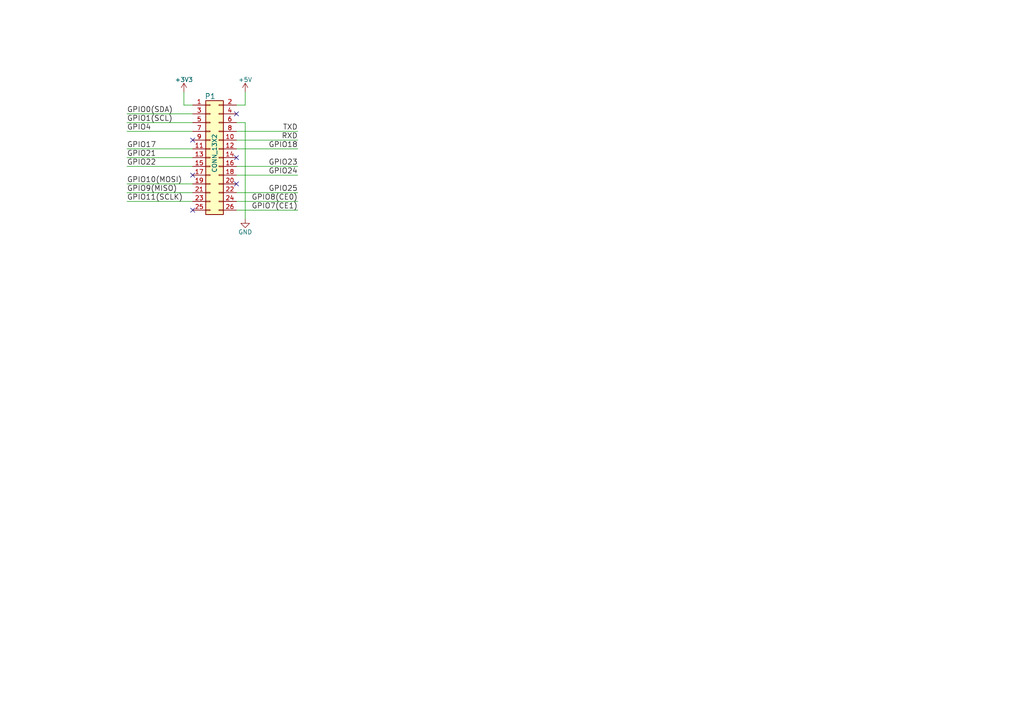
<source format=kicad_sch>
(kicad_sch (version 20210126) (generator eeschema)
  (paper "A4")
  (title_block (date "15 nov 2012"))
  (lib_symbols
    (symbol "Connector_Generic:Conn_02x13_Odd_Even" (pin_names (offset 1.016) hide)
      (property "Reference" "J" (at 1.27 17.78 0))
      (property "Value" "Conn_02x13_Odd_Even" (at 1.27 -17.78 0))
      (symbol "Conn_02x13_Odd_Even_1_1"
        (rectangle (start -1.27 -4.953) (end 0 -5.207) (stroke (width 0.1524)))
        (rectangle (start -1.27 -7.493) (end 0 -7.747) (stroke (width 0.1524)))
        (rectangle (start -1.27 -10.033) (end 0 -10.287) (stroke (width 0.1524)))
        (rectangle (start -1.27 -12.573) (end 0 -12.827) (stroke (width 0.1524)))
        (rectangle (start -1.27 -15.113) (end 0 -15.367) (stroke (width 0.1524)))
        (rectangle (start -1.27 -2.413) (end 0 -2.667) (stroke (width 0.1524)))
        (rectangle (start -1.27 2.667) (end 0 2.413) (stroke (width 0.1524)))
        (rectangle (start -1.27 5.207) (end 0 4.953) (stroke (width 0.1524)))
        (rectangle (start -1.27 7.747) (end 0 7.493) (stroke (width 0.1524)))
        (rectangle (start -1.27 10.287) (end 0 10.033) (stroke (width 0.1524)))
        (rectangle (start -1.27 0.127) (end 0 -0.127) (stroke (width 0.1524)))
        (rectangle (start -1.27 12.827) (end 0 12.573) (stroke (width 0.1524)))
        (rectangle (start -1.27 15.367) (end 0 15.113) (stroke (width 0.1524)))
        (rectangle (start -1.27 16.51) (end 3.81 -16.51) (stroke (width 0.254)) (fill (type background)))
        (rectangle (start 3.81 -4.953) (end 2.54 -5.207) (stroke (width 0.1524)))
        (rectangle (start 3.81 -7.493) (end 2.54 -7.747) (stroke (width 0.1524)))
        (rectangle (start 3.81 -10.033) (end 2.54 -10.287) (stroke (width 0.1524)))
        (rectangle (start 3.81 -12.573) (end 2.54 -12.827) (stroke (width 0.1524)))
        (rectangle (start 3.81 -15.113) (end 2.54 -15.367) (stroke (width 0.1524)))
        (rectangle (start 3.81 -2.413) (end 2.54 -2.667) (stroke (width 0.1524)))
        (rectangle (start 3.81 2.667) (end 2.54 2.413) (stroke (width 0.1524)))
        (rectangle (start 3.81 5.207) (end 2.54 4.953) (stroke (width 0.1524)))
        (rectangle (start 3.81 7.747) (end 2.54 7.493) (stroke (width 0.1524)))
        (rectangle (start 3.81 10.287) (end 2.54 10.033) (stroke (width 0.1524)))
        (rectangle (start 3.81 0.127) (end 2.54 -0.127) (stroke (width 0.1524)))
        (rectangle (start 3.81 12.827) (end 2.54 12.573) (stroke (width 0.1524)))
        (rectangle (start 3.81 15.367) (end 2.54 15.113) (stroke (width 0.1524)))
        (pin passive line (at -5.08 15.24 0) (length 3.81) (name "Pin_1") (number "1"))
        (pin passive line (at 7.62 5.08 180) (length 3.81) (name "Pin_10") (number "10"))
        (pin passive line (at -5.08 2.54 0) (length 3.81) (name "Pin_11") (number "11"))
        (pin passive line (at 7.62 2.54 180) (length 3.81) (name "Pin_12") (number "12"))
        (pin passive line (at -5.08 0 0) (length 3.81) (name "Pin_13") (number "13"))
        (pin passive line (at 7.62 0 180) (length 3.81) (name "Pin_14") (number "14"))
        (pin passive line (at -5.08 -2.54 0) (length 3.81) (name "Pin_15") (number "15"))
        (pin passive line (at 7.62 -2.54 180) (length 3.81) (name "Pin_16") (number "16"))
        (pin passive line (at -5.08 -5.08 0) (length 3.81) (name "Pin_17") (number "17"))
        (pin passive line (at 7.62 -5.08 180) (length 3.81) (name "Pin_18") (number "18"))
        (pin passive line (at -5.08 -7.62 0) (length 3.81) (name "Pin_19") (number "19"))
        (pin passive line (at 7.62 15.24 180) (length 3.81) (name "Pin_2") (number "2"))
        (pin passive line (at 7.62 -7.62 180) (length 3.81) (name "Pin_20") (number "20"))
        (pin passive line (at -5.08 -10.16 0) (length 3.81) (name "Pin_21") (number "21"))
        (pin passive line (at 7.62 -10.16 180) (length 3.81) (name "Pin_22") (number "22"))
        (pin passive line (at -5.08 -12.7 0) (length 3.81) (name "Pin_23") (number "23"))
        (pin passive line (at 7.62 -12.7 180) (length 3.81) (name "Pin_24") (number "24"))
        (pin passive line (at -5.08 -15.24 0) (length 3.81) (name "Pin_25") (number "25"))
        (pin passive line (at 7.62 -15.24 180) (length 3.81) (name "Pin_26") (number "26"))
        (pin passive line (at -5.08 12.7 0) (length 3.81) (name "Pin_3") (number "3"))
        (pin passive line (at 7.62 12.7 180) (length 3.81) (name "Pin_4") (number "4"))
        (pin passive line (at -5.08 10.16 0) (length 3.81) (name "Pin_5") (number "5"))
        (pin passive line (at 7.62 10.16 180) (length 3.81) (name "Pin_6") (number "6"))
        (pin passive line (at -5.08 7.62 0) (length 3.81) (name "Pin_7") (number "7"))
        (pin passive line (at 7.62 7.62 180) (length 3.81) (name "Pin_8") (number "8"))
        (pin passive line (at -5.08 5.08 0) (length 3.81) (name "Pin_9") (number "9"))
      )
    )
    (symbol "power:+3V3" (power) (pin_names (offset 0))
      (property "Value" "+3V3" (at 0 3.556 0))
      (symbol "+3V3_0_1"
        (polyline (pts (xy -0.762 1.27) (xy 0 2.54)))
        (polyline (pts (xy 0 0) (xy 0 2.54)))
        (polyline (pts (xy 0 2.54) (xy 0.762 1.27)))
      )
      (symbol "+3V3_1_1"
        (pin power_in line (at 0 0 90) (length 0) hide (name "+3V3") (number "1"))
      )
    )
    (symbol "power:+5V" (power) (pin_names (offset 0))
      (property "Value" "+5V" (at 0 3.556 0))
      (symbol "+5V_0_1"
        (polyline (pts (xy -0.762 1.27) (xy 0 2.54)))
        (polyline (pts (xy 0 0) (xy 0 2.54)))
        (polyline (pts (xy 0 2.54) (xy 0.762 1.27)))
      )
      (symbol "+5V_1_1"
        (pin power_in line (at 0 0 90) (length 0) hide (name "+5V") (number "1"))
      )
    )
    (symbol "power:GND" (power) (pin_names (offset 0))
      (property "Value" "GND" (at 0 -3.81 0))
      (symbol "GND_0_1"
        (polyline (pts (xy 0 0) (xy 0 -1.27) (xy 1.27 -1.27) (xy 0 -2.54) (xy -1.27 -1.27) (xy 0 -1.27)))
      )
      (symbol "GND_1_1"
        (pin power_in line (at 0 0 270) (length 0) hide (name "GND") (number "1"))
      )
    )
  )
  (no_connect (at 55.88 40.64))
  (no_connect (at 55.88 50.8))
  (no_connect (at 55.88 60.96))
  (no_connect (at 68.58 33.02))
  (no_connect (at 68.58 45.72))
  (no_connect (at 68.58 53.34))
  (wire (pts (xy 53.34 26.67) (xy 53.34 30.48)))
  (wire (pts (xy 53.34 30.48) (xy 55.88 30.48)))
  (wire (pts (xy 55.88 33.02) (xy 36.83 33.02)))
  (wire (pts (xy 55.88 35.56) (xy 36.83 35.56)))
  (wire (pts (xy 55.88 38.1) (xy 36.83 38.1)))
  (wire (pts (xy 55.88 43.18) (xy 36.83 43.18)))
  (wire (pts (xy 55.88 45.72) (xy 36.83 45.72)))
  (wire (pts (xy 55.88 48.26) (xy 36.83 48.26)))
  (wire (pts (xy 55.88 53.34) (xy 36.83 53.34)))
  (wire (pts (xy 55.88 55.88) (xy 36.83 55.88)))
  (wire (pts (xy 55.88 58.42) (xy 36.83 58.42)))
  (wire (pts (xy 68.58 38.1) (xy 86.36 38.1)))
  (wire (pts (xy 68.58 40.64) (xy 86.36 40.64)))
  (wire (pts (xy 68.58 43.18) (xy 86.36 43.18)))
  (wire (pts (xy 68.58 48.26) (xy 86.36 48.26)))
  (wire (pts (xy 68.58 50.8) (xy 86.36 50.8)))
  (wire (pts (xy 68.58 55.88) (xy 86.36 55.88)))
  (wire (pts (xy 68.58 58.42) (xy 86.36 58.42)))
  (wire (pts (xy 68.58 60.96) (xy 86.36 60.96)))
  (wire (pts (xy 71.12 26.67) (xy 71.12 30.48)))
  (wire (pts (xy 71.12 30.48) (xy 68.58 30.48)))
  (wire (pts (xy 71.12 35.56) (xy 68.58 35.56)))
  (wire (pts (xy 71.12 63.5) (xy 71.12 35.56)))
  (label "GPIO0(SDA)" (at 36.83 33.02 0) (effects (font (size 1.524 1.524))))
  (label "GPIO1(SCL)" (at 36.83 35.56 0) (effects (font (size 1.524 1.524))))
  (label "GPIO4" (at 36.83 38.1 0) (effects (font (size 1.524 1.524))))
  (label "GPIO17" (at 36.83 43.18 0) (effects (font (size 1.524 1.524))))
  (label "GPIO21" (at 36.83 45.72 0) (effects (font (size 1.524 1.524))))
  (label "GPIO22" (at 36.83 48.26 0) (effects (font (size 1.524 1.524))))
  (label "GPIO10(MOSI)" (at 36.83 53.34 0) (effects (font (size 1.524 1.524))))
  (label "GPIO9(MISO)" (at 36.83 55.88 0) (effects (font (size 1.524 1.524))))
  (label "GPIO11(SCLK)" (at 36.83 58.42 0) (effects (font (size 1.524 1.524))))
  (label "TXD" (at 86.36 38.1 180) (effects (font (size 1.524 1.524))))
  (label "RXD" (at 86.36 40.64 180) (effects (font (size 1.524 1.524))))
  (label "GPIO18" (at 86.36 43.18 180) (effects (font (size 1.524 1.524))))
  (label "GPIO23" (at 86.36 48.26 180) (effects (font (size 1.524 1.524))))
  (label "GPIO24" (at 86.36 50.8 180) (effects (font (size 1.524 1.524))))
  (label "GPIO25" (at 86.36 55.88 180) (effects (font (size 1.524 1.524))))
  (label "GPIO8(CE0)" (at 86.36 58.42 180) (effects (font (size 1.524 1.524))))
  (label "GPIO7(CE1)" (at 86.36 60.96 180) (effects (font (size 1.524 1.524))))
  (symbol (lib_id "power:+3V3") (at 53.34 26.67 0) (unit 1)
    (property "Reference" "#PWR01" (effects hide))
    (property "Value" "+3.3V" (at 53.34 23.114 0))
  )
  (symbol (lib_id "power:+5V") (at 71.12 26.67 0) (unit 1)
    (property "Reference" "#PWR02" (effects hide))
    (property "Value" "+5V" (at 71.12 23.114 0))
  )
  (symbol (lib_id "power:GND") (at 71.12 63.5 0) (unit 1)
    (property "Reference" "#PWR03" (effects hide))
    (property "Value" "GND" (at 71.12 67.31 0))
  )
  (symbol (lib_id "Connector_Generic:Conn_02x13_Odd_Even") (at 60.96 45.72 0) (unit 1)
    (property "Reference" "P1" (at 60.96 27.94 0) (effects (font (size 1.524 1.524))))
    (property "Value" "CONN_13X2" (at 62.23 44.45 90))
    (property "Footprint" "Connector_PinHeader_2.54mm:PinHeader_2x13_P2.54mm_Vertical" (effects hide))
  )
)
</source>
